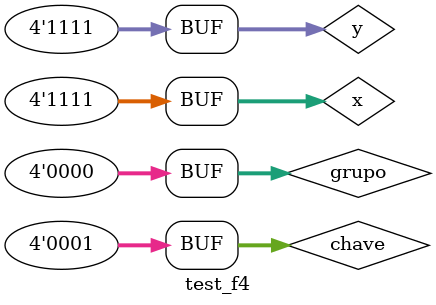
<source format=v>

module rand (output [3:0] s,
             input  [3:0] a,
             input  [3:0] b);

 and and1 (s[0],a[0],b[0]);
 and and2 (s[1],a[1],b[1]);
 and and3 (s[2],a[2],b[2]);
 and and4 (s[3],a[3],b[3]);

endmodule 

module ror (output [3:0] s,
            input [3:0] a,
            input [3:0] b);
            
 or or1 (s[0],a[0],b[0]);
 or or2 (s[1],a[1],b[1]);
 or or3 (s[2],a[2],b[2]);
 or or4 (s[3],a[3],b[3]);

endmodule

module rnand (output [3:0] s,
             input  [3:0] a,
             input  [3:0] b);

 nand nand1 (s[0],a[0],b[0]);
 nand nand2 (s[1],a[1],b[1]);
 nand nand3 (s[2],a[2],b[2]);
 nand nand4 (s[3],a[3],b[3]);
 
endmodule

module rnor (output [3:0] s,
            input [3:0] a,
            input [3:0] b);
            
 nor nor1 (s[0],a[0],b[0]);
 nor nor2 (s[1],a[1],b[1]);
 nor nor3 (s[2],a[2],b[2]);
 nor nor4 (s[3],a[3],b[3]);

endmodule

module rnot (output [3:0] s,
             input [3:0] a);

 assign s = ~a;

endmodule

module f4 (output [3:0] s,
           input [3:0] chave, //definida apenas por 0000 ou 0001
           input [3:0] grupo, //definida da mesma forma que a chave
           input [3:0] a,
           input [3:0] b);

 wire [3:0] w1;
 wire [3:0] w2;
 wire [3:0] w3;
 wire [3:0] w4;
 wire [3:0] w5;
 wire [3:0] w6;
 wire [3:0] w7;
 wire [3:0] w8;
 wire [3:0] w9;
 wire [3:0] w10;
 wire [3:0] w11;
 wire [3:0] w12;
 wire [3:0] w13;
 wire [3:0] w14;

 //parte de cima
 rand and1 (w1,a,b);
 ror or1 (w2,a,b);

 //seletor chave
 rnot not1 (w3,chave);

 //parte de baixo
 rnand nand1 (w4,a,b);
 rnor nor1 (w5,a,b);

 //mux1
 rand and2 (w6,w1,chave);
 rand and3 (w7,w2,w3);
 rand and4 (w8,w4,w3);
 rand and5 (w9,w5,chave);

 //saidas mux1
 ror or2 (w10,w6,w7);
 ror or3 (w11,w8,w9);

 //mux2
 rnot not2 (w12,grupo);
 rand and6 (w13,w10,grupo);
 rand and7 (w14,w11,w12);
 
 //saida
 ror or4 (s,w13,w14);

endmodule

module test_f4;
       reg  [3:0] x;
       reg  [3:0] y;
       reg  [3:0] grupo;
       reg  [3:0] chave;
       wire [3:0] z;

       f4 modulo (z,chave,grupo,x,y);


   initial begin
      $display("Eduardo Botelho de Andrade - 427395");
      $display("Test LU's module");
      $display("Chave: 0 = OR / 1 = AND");
      $monitor("x = %b , y = %b , s = %b     - chave = %b , grupo = %b",x,y,z,chave,grupo);

      #1 x = 4'b0000; y = 4'b0000; chave = 4'b0000; grupo = 4'b0000;
      #1 y = 4'b0001;
      #1 y = 4'b0010;
      #1 y = 4'b0011;
      #1 y = 4'b0100;
      #1 y = 4'b0101;
      #1 y = 4'b0110;
      #1 y = 4'b0111;
      #1 y = 4'b1000;
      #1 y = 4'b1001;
      #1 y = 4'b1010;
      #1 y = 4'b1011;
      #1 y = 4'b1100;
      #1 y = 4'b1101;
      #1 y = 4'b1111;

      #1 x = 4'b0001;
      #1 y = 4'b0000;
      #1 y = 4'b0001;
      #1 y = 4'b0010;
      #1 y = 4'b0011;
      #1 y = 4'b0100;
      #1 y = 4'b0101;
      #1 y = 4'b0110;
      #1 y = 4'b0111;
      #1 y = 4'b1000;
      #1 y = 4'b1001;
      #1 y = 4'b1010;
      #1 y = 4'b1011;
      #1 y = 4'b1100;
      #1 y = 4'b1101;
      #1 y = 4'b1111;

      #1 x = 4'b0010;
      #1 y = 4'b0000;
      #1 y = 4'b0001;
      #1 y = 4'b0010;
      #1 y = 4'b0011;
      #1 y = 4'b0100;
      #1 y = 4'b0101;
      #1 y = 4'b0110;
      #1 y = 4'b0111;
      #1 y = 4'b1000;
      #1 y = 4'b1001;
      #1 y = 4'b1010;
      #1 y = 4'b1011;
      #1 y = 4'b1100;
      #1 y = 4'b1101;
      #1 y = 4'b1111;

      #1 x = 4'b0011;

      #1 y = 4'b0000;
      #1 y = 4'b0001;
      #1 y = 4'b0010;
      #1 y = 4'b0011;
      #1 y = 4'b0100;
      #1 y = 4'b0101;
      #1 y = 4'b0110;
      #1 y = 4'b0111;
      #1 y = 4'b1000;
      #1 y = 4'b1001;
      #1 y = 4'b1010;
      #1 y = 4'b1011;
      #1 y = 4'b1100;
      #1 y = 4'b1101;
      #1 y = 4'b1111;

      #1 x = 4'b0100;

      #1 y = 4'b0000;
      #1 y = 4'b0001;
      #1 y = 4'b0010;
      #1 y = 4'b0011;
      #1 y = 4'b0100;
      #1 y = 4'b0101;
      #1 y = 4'b0110;
      #1 y = 4'b0111;
      #1 y = 4'b1000;
      #1 y = 4'b1001;
      #1 y = 4'b1010;
      #1 y = 4'b1011;
      #1 y = 4'b1100;
      #1 y = 4'b1101;
      #1 y = 4'b1111;

      #1 x = 4'b0101;

      #1 y = 4'b0000;
      #1 y = 4'b0001;
      #1 y = 4'b0010;
      #1 y = 4'b0011;
      #1 y = 4'b0100;
      #1 y = 4'b0101;
      #1 y = 4'b0110;
      #1 y = 4'b0111;
      #1 y = 4'b1000;
      #1 y = 4'b1001;
      #1 y = 4'b1010;
      #1 y = 4'b1011;
      #1 y = 4'b1100;
      #1 y = 4'b1101;
      #1 y = 4'b1111;

      #1 x = 4'b0110;

      #1 y = 4'b0000;
      #1 y = 4'b0001;
      #1 y = 4'b0010;
      #1 y = 4'b0011;
      #1 y = 4'b0100;
      #1 y = 4'b0101;
      #1 y = 4'b0110;
      #1 y = 4'b0111;
      #1 y = 4'b1000;
      #1 y = 4'b1001;
      #1 y = 4'b1010;
      #1 y = 4'b1011;
      #1 y = 4'b1100;
      #1 y = 4'b1101;
      #1 y = 4'b1111;

      #1 x = 4'b0111;

      #1 y = 4'b0000;
      #1 y = 4'b0001;
      #1 y = 4'b0010;
      #1 y = 4'b0011;
      #1 y = 4'b0100;
      #1 y = 4'b0101;
      #1 y = 4'b0110;
      #1 y = 4'b0111;
      #1 y = 4'b1000;
      #1 y = 4'b1001;
      #1 y = 4'b1010;
      #1 y = 4'b1011;
      #1 y = 4'b1100;
      #1 y = 4'b1101;
      #1 y = 4'b1111;

      #1 x = 4'b1000;  chave = 4'b0001;

      #1 y = 4'b0000;
      #1 y = 4'b0001;
      #1 y = 4'b0010;
      #1 y = 4'b0011;
      #1 y = 4'b0100;
      #1 y = 4'b0101;
      #1 y = 4'b0110;
      #1 y = 4'b0111;
      #1 y = 4'b1000;
      #1 y = 4'b1001;
      #1 y = 4'b1010;
      #1 y = 4'b1011;
      #1 y = 4'b1100;
      #1 y = 4'b1101;
      #1 y = 4'b1111;
      
      #1 x = 4'b1001;

      #1 y = 4'b0000;
      #1 y = 4'b0001;
      #1 y = 4'b0010;
      #1 y = 4'b0011;
      #1 y = 4'b0100;
      #1 y = 4'b0101;
      #1 y = 4'b0110;
      #1 y = 4'b0111;
      #1 y = 4'b1000;
      #1 y = 4'b1001;
      #1 y = 4'b1010;
      #1 y = 4'b1011;
      #1 y = 4'b1100;
      #1 y = 4'b1101;
      #1 y = 4'b1111;
      
      #1 x = 4'b1010;

      #1 y = 4'b0000;
      #1 y = 4'b0001;
      #1 y = 4'b0010;
      #1 y = 4'b0011;
      #1 y = 4'b0100;
      #1 y = 4'b0101;
      #1 y = 4'b0110;
      #1 y = 4'b0111;
      #1 y = 4'b1000;
      #1 y = 4'b1001;
      #1 y = 4'b1010;
      #1 y = 4'b1011;
      #1 y = 4'b1100;
      #1 y = 4'b1101;
      #1 y = 4'b1111;
      
      #1 x = 4'b1011;

      #1 y = 4'b0000;
      #1 y = 4'b0001;
      #1 y = 4'b0010;
      #1 y = 4'b0011;
      #1 y = 4'b0100;
      #1 y = 4'b0101;
      #1 y = 4'b0110;
      #1 y = 4'b0111;
      #1 y = 4'b1000;
      #1 y = 4'b1001;
      #1 y = 4'b1010;
      #1 y = 4'b1011;
      #1 y = 4'b1100;
      #1 y = 4'b1101;
      #1 y = 4'b1111;
      
      #1 x = 4'b1100;

      #1 y = 4'b0000;
      #1 y = 4'b0001;
      #1 y = 4'b0010;
      #1 y = 4'b0011;
      #1 y = 4'b0100;
      #1 y = 4'b0101;
      #1 y = 4'b0110;
      #1 y = 4'b0111;
      #1 y = 4'b1000;
      #1 y = 4'b1001;
      #1 y = 4'b1010;
      #1 y = 4'b1011;
      #1 y = 4'b1100;
      #1 y = 4'b1101;
      #1 y = 4'b1111;

      #1 x=4'b1101;

      #1 y = 4'b0000;
      #1 y = 4'b0001;
      #1 y = 4'b0010;
      #1 y = 4'b0011;
      #1 y = 4'b0100;
      #1 y = 4'b0101;
      #1 y = 4'b0110;
      #1 y = 4'b0111;
      #1 y = 4'b1000;
      #1 y = 4'b1001;
      #1 y = 4'b1010;
      #1 y = 4'b1011;
      #1 y = 4'b1100;
      #1 y = 4'b1101;
      #1 y = 4'b1111;

      #1 x=4'b1110;

      #1 y = 4'b0000;
      #1 y = 4'b0001;
      #1 y = 4'b0010;
      #1 y = 4'b0011;
      #1 y = 4'b0100;
      #1 y = 4'b0101;
      #1 y = 4'b0110;
      #1 y = 4'b0111;
      #1 y = 4'b1000;
      #1 y = 4'b1001;
      #1 y = 4'b1010;
      #1 y = 4'b1011;
      #1 y = 4'b1100;
      #1 y = 4'b1101;
      #1 y = 4'b1111;

      #1 x=4'b1111;

      #1 y = 4'b0000;
      #1 y = 4'b0001;
      #1 y = 4'b0010;
      #1 y = 4'b0011;
      #1 y = 4'b0100;
      #1 y = 4'b0101;
      #1 y = 4'b0110;
      #1 y = 4'b0111;
      #1 y = 4'b1000;
      #1 y = 4'b1001;
      #1 y = 4'b1010;
      #1 y = 4'b1011;
      #1 y = 4'b1100;
      #1 y = 4'b1101;
      #1 y = 4'b1111;

   end

endmodule // test_f4

</source>
